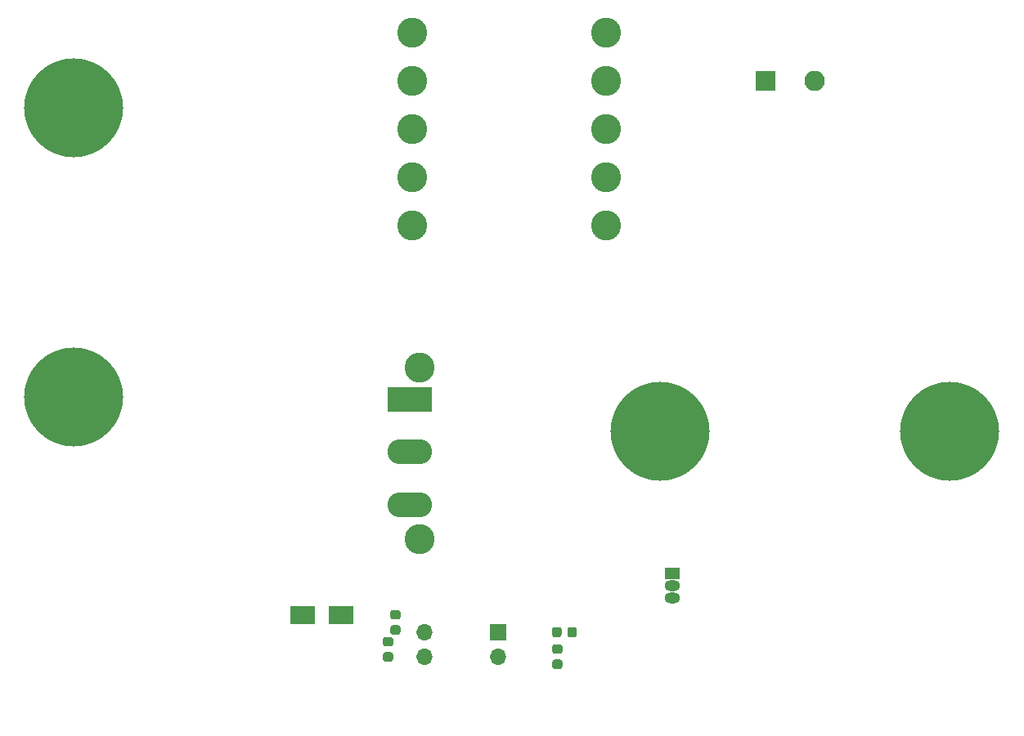
<source format=gbr>
%TF.GenerationSoftware,KiCad,Pcbnew,(5.1.6)-1*%
%TF.CreationDate,2020-06-23T23:46:23+03:00*%
%TF.ProjectId,flyback,666c7962-6163-46b2-9e6b-696361645f70,rev?*%
%TF.SameCoordinates,Original*%
%TF.FileFunction,Soldermask,Bot*%
%TF.FilePolarity,Negative*%
%FSLAX46Y46*%
G04 Gerber Fmt 4.6, Leading zero omitted, Abs format (unit mm)*
G04 Created by KiCad (PCBNEW (5.1.6)-1) date 2020-06-23 23:46:23*
%MOMM*%
%LPD*%
G01*
G04 APERTURE LIST*
%ADD10C,3.100000*%
%ADD11O,2.100000X2.100000*%
%ADD12R,2.100000X2.100000*%
%ADD13R,1.600000X1.150000*%
%ADD14O,1.600000X1.150000*%
%ADD15C,10.260000*%
%ADD16R,2.600000X1.900000*%
%ADD17O,1.700000X1.700000*%
%ADD18R,1.700000X1.700000*%
%ADD19O,4.600000X2.600000*%
%ADD20R,4.600000X2.600000*%
G04 APERTURE END LIST*
D10*
%TO.C,HS1*%
X192532000Y-84592000D03*
X192532000Y-66792000D03*
%TD*%
D11*
%TO.C,D5*%
X233426000Y-37084000D03*
D12*
X228346000Y-37084000D03*
%TD*%
D13*
%TO.C,U3*%
X218694000Y-88138000D03*
D14*
X218694000Y-90678000D03*
X218694000Y-89408000D03*
%TD*%
D15*
%TO.C,J1*%
X217424000Y-73406000D03*
X247394000Y-73406000D03*
%TD*%
%TO.C,J2*%
X156718000Y-69850000D03*
X156718000Y-39880000D03*
%TD*%
%TO.C,Rvdd1*%
G36*
G01*
X190273250Y-92918000D02*
X189710750Y-92918000D01*
G75*
G02*
X189467000Y-92674250I0J243750D01*
G01*
X189467000Y-92186750D01*
G75*
G02*
X189710750Y-91943000I243750J0D01*
G01*
X190273250Y-91943000D01*
G75*
G02*
X190517000Y-92186750I0J-243750D01*
G01*
X190517000Y-92674250D01*
G75*
G02*
X190273250Y-92918000I-243750J0D01*
G01*
G37*
G36*
G01*
X190273250Y-94493000D02*
X189710750Y-94493000D01*
G75*
G02*
X189467000Y-94249250I0J243750D01*
G01*
X189467000Y-93761750D01*
G75*
G02*
X189710750Y-93518000I243750J0D01*
G01*
X190273250Y-93518000D01*
G75*
G02*
X190517000Y-93761750I0J-243750D01*
G01*
X190517000Y-94249250D01*
G75*
G02*
X190273250Y-94493000I-243750J0D01*
G01*
G37*
%TD*%
%TO.C,RTL1*%
G36*
G01*
X207192500Y-93952750D02*
X207192500Y-94515250D01*
G75*
G02*
X206948750Y-94759000I-243750J0D01*
G01*
X206461250Y-94759000D01*
G75*
G02*
X206217500Y-94515250I0J243750D01*
G01*
X206217500Y-93952750D01*
G75*
G02*
X206461250Y-93709000I243750J0D01*
G01*
X206948750Y-93709000D01*
G75*
G02*
X207192500Y-93952750I0J-243750D01*
G01*
G37*
G36*
G01*
X208767500Y-93952750D02*
X208767500Y-94515250D01*
G75*
G02*
X208523750Y-94759000I-243750J0D01*
G01*
X208036250Y-94759000D01*
G75*
G02*
X207792500Y-94515250I0J243750D01*
G01*
X207792500Y-93952750D01*
G75*
G02*
X208036250Y-93709000I243750J0D01*
G01*
X208523750Y-93709000D01*
G75*
G02*
X208767500Y-93952750I0J-243750D01*
G01*
G37*
%TD*%
%TO.C,Ropt1*%
G36*
G01*
X206474750Y-97074000D02*
X207037250Y-97074000D01*
G75*
G02*
X207281000Y-97317750I0J-243750D01*
G01*
X207281000Y-97805250D01*
G75*
G02*
X207037250Y-98049000I-243750J0D01*
G01*
X206474750Y-98049000D01*
G75*
G02*
X206231000Y-97805250I0J243750D01*
G01*
X206231000Y-97317750D01*
G75*
G02*
X206474750Y-97074000I243750J0D01*
G01*
G37*
G36*
G01*
X206474750Y-95499000D02*
X207037250Y-95499000D01*
G75*
G02*
X207281000Y-95742750I0J-243750D01*
G01*
X207281000Y-96230250D01*
G75*
G02*
X207037250Y-96474000I-243750J0D01*
G01*
X206474750Y-96474000D01*
G75*
G02*
X206231000Y-96230250I0J243750D01*
G01*
X206231000Y-95742750D01*
G75*
G02*
X206474750Y-95499000I243750J0D01*
G01*
G37*
%TD*%
%TO.C,Cext1*%
G36*
G01*
X188948750Y-96312000D02*
X189511250Y-96312000D01*
G75*
G02*
X189755000Y-96555750I0J-243750D01*
G01*
X189755000Y-97043250D01*
G75*
G02*
X189511250Y-97287000I-243750J0D01*
G01*
X188948750Y-97287000D01*
G75*
G02*
X188705000Y-97043250I0J243750D01*
G01*
X188705000Y-96555750D01*
G75*
G02*
X188948750Y-96312000I243750J0D01*
G01*
G37*
G36*
G01*
X188948750Y-94737000D02*
X189511250Y-94737000D01*
G75*
G02*
X189755000Y-94980750I0J-243750D01*
G01*
X189755000Y-95468250D01*
G75*
G02*
X189511250Y-95712000I-243750J0D01*
G01*
X188948750Y-95712000D01*
G75*
G02*
X188705000Y-95468250I0J243750D01*
G01*
X188705000Y-94980750D01*
G75*
G02*
X188948750Y-94737000I243750J0D01*
G01*
G37*
%TD*%
D16*
%TO.C,D3*%
X180404000Y-92456000D03*
X184404000Y-92456000D03*
%TD*%
D10*
%TO.C,T1*%
X211770000Y-52070000D03*
X211770000Y-47070000D03*
X211770000Y-42070000D03*
X211770000Y-37070000D03*
X211770000Y-32070000D03*
X191770000Y-32070000D03*
X191770000Y-37070000D03*
X191770000Y-42070000D03*
X191770000Y-47070000D03*
X191770000Y-52070000D03*
%TD*%
D17*
%TO.C,U1*%
X193040000Y-94234000D03*
X200660000Y-96774000D03*
X193040000Y-96774000D03*
D18*
X200660000Y-94234000D03*
%TD*%
D19*
%TO.C,M1*%
X191516000Y-81004000D03*
X191516000Y-75554000D03*
D20*
X191516000Y-70104000D03*
%TD*%
M02*

</source>
